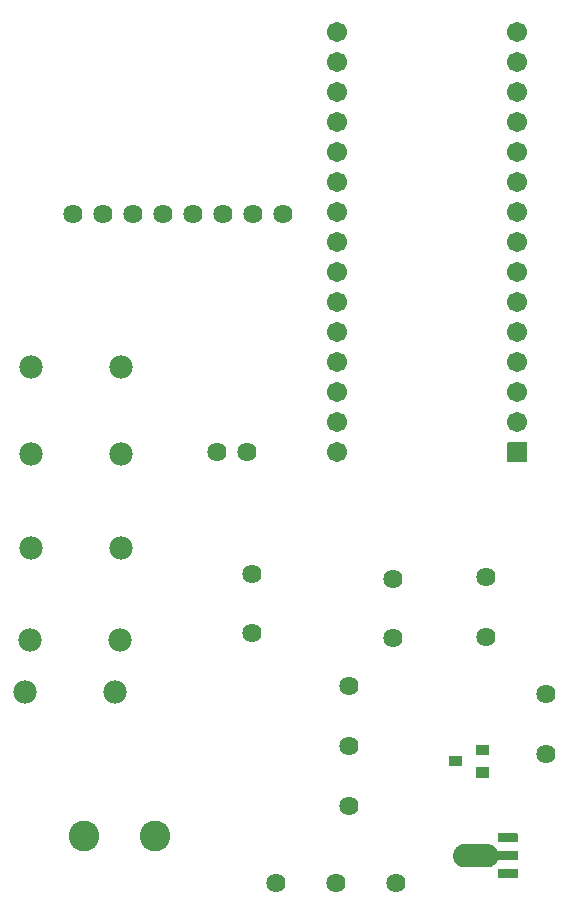
<source format=gts>
G04 Layer: TopSolderMaskLayer*
G04 EasyEDA v6.5.5, 2022-07-12 11:33:07*
G04 f1e15a90033e4b75946299fcb03ef411,10*
G04 Gerber Generator version 0.2*
G04 Scale: 100 percent, Rotated: No, Reflected: No *
G04 Dimensions in millimeters *
G04 leading zeros omitted , absolute positions ,4 integer and 5 decimal *
%FSLAX45Y45*%
%MOMM*%

%ADD24C,2.6000*%
%ADD25C,1.6256*%
%ADD27C,1.7112*%
%ADD29C,1.9812*%

%LPD*%
D24*
G01*
X1427200Y2222500D03*
G01*
X2027199Y2222500D03*
D25*
G01*
X4826000Y4419600D03*
G01*
X4826000Y3911600D03*
G01*
X5334000Y2921000D03*
G01*
X5334000Y3429000D03*
G01*
X4038600Y4402886D03*
G01*
X4038600Y3902887D03*
G01*
X2844800Y4440986D03*
G01*
X2844800Y3940987D03*
G01*
X2552700Y5473700D03*
G01*
X2806700Y5473700D03*
G36*
X5017261Y5388102D02*
G01*
X5017300Y5388140D01*
X5014252Y5388648D01*
X5011204Y5390172D01*
X5009172Y5392204D01*
X5007648Y5395252D01*
X5007140Y5398300D01*
X5007102Y5398262D01*
X5007102Y5549137D01*
X5007140Y5549099D01*
X5007648Y5552147D01*
X5009172Y5555195D01*
X5011204Y5557227D01*
X5014252Y5558751D01*
X5017300Y5559259D01*
X5017261Y5559297D01*
X5168138Y5559297D01*
X5168099Y5559259D01*
X5171147Y5558751D01*
X5174195Y5557227D01*
X5176227Y5555195D01*
X5177751Y5552147D01*
X5178259Y5549099D01*
X5178297Y5549137D01*
X5178297Y5398262D01*
X5178259Y5398300D01*
X5177751Y5395252D01*
X5176227Y5392204D01*
X5174195Y5390172D01*
X5171147Y5388648D01*
X5168099Y5388140D01*
X5168138Y5388102D01*
G37*
D27*
G01*
X5092700Y5727700D03*
G01*
X5092700Y5981700D03*
G01*
X5092700Y6235700D03*
G01*
X5092700Y6489700D03*
G01*
X5092700Y6743700D03*
G01*
X5092700Y6997700D03*
G01*
X5092700Y7251700D03*
G01*
X5092700Y7505700D03*
G01*
X5092700Y7759700D03*
G01*
X5092700Y8013700D03*
G01*
X5092700Y8267700D03*
G01*
X3568700Y5473700D03*
G01*
X3568700Y5727700D03*
G01*
X3568700Y5981700D03*
G01*
X3568700Y6235700D03*
G01*
X3568700Y6489700D03*
G01*
X3568700Y6743700D03*
G01*
X3568700Y7251700D03*
G01*
X3568700Y7505700D03*
G01*
X3568700Y8013700D03*
G01*
X3568700Y8267700D03*
G01*
X3568700Y7759700D03*
G01*
X3568700Y6997700D03*
G01*
X5092700Y8521700D03*
G01*
X5092700Y8775700D03*
G01*
X5092700Y9029700D03*
G01*
X3568700Y8521700D03*
G01*
X3568700Y8775700D03*
G01*
X3568700Y9029700D03*
G36*
X4751301Y2907421D02*
G01*
X4749777Y2907675D01*
X4748253Y2908437D01*
X4747237Y2909453D01*
X4746475Y2910977D01*
X4746221Y2912501D01*
X4746243Y2912618D01*
X4746243Y2992373D01*
X4746221Y2992501D01*
X4746475Y2994025D01*
X4747237Y2995548D01*
X4748253Y2996564D01*
X4749777Y2997327D01*
X4751301Y2997580D01*
X4751324Y2997454D01*
X4851400Y2997454D01*
X4851300Y2997580D01*
X4852824Y2997327D01*
X4854348Y2996564D01*
X4855364Y2995548D01*
X4856126Y2994025D01*
X4856380Y2992501D01*
X4856479Y2992373D01*
X4856479Y2912618D01*
X4856380Y2912501D01*
X4856126Y2910977D01*
X4855364Y2909453D01*
X4854348Y2908437D01*
X4852824Y2907675D01*
X4851300Y2907421D01*
X4851400Y2907537D01*
X4751324Y2907537D01*
G37*
G36*
X4521299Y2812425D02*
G01*
X4519775Y2812679D01*
X4518251Y2813441D01*
X4517235Y2814457D01*
X4516473Y2815981D01*
X4516219Y2817505D01*
X4516120Y2817621D01*
X4516120Y2897378D01*
X4516219Y2897504D01*
X4516473Y2899029D01*
X4517235Y2900553D01*
X4518251Y2901569D01*
X4519775Y2902330D01*
X4521299Y2902585D01*
X4521200Y2902457D01*
X4621275Y2902457D01*
X4621298Y2902585D01*
X4622822Y2902330D01*
X4624346Y2901569D01*
X4625362Y2900553D01*
X4626124Y2899029D01*
X4626378Y2897504D01*
X4626356Y2897378D01*
X4626356Y2817621D01*
X4626378Y2817505D01*
X4626124Y2815981D01*
X4625362Y2814457D01*
X4624346Y2813441D01*
X4622822Y2812679D01*
X4621298Y2812425D01*
X4621275Y2812542D01*
X4521200Y2812542D01*
G37*
G36*
X4751324Y2717292D02*
G01*
X4751298Y2717419D01*
X4749774Y2717672D01*
X4748250Y2718435D01*
X4747234Y2719451D01*
X4746472Y2720975D01*
X4746218Y2722498D01*
X4746243Y2722371D01*
X4746243Y2802381D01*
X4746218Y2802498D01*
X4746472Y2804022D01*
X4747234Y2805546D01*
X4748250Y2806562D01*
X4749774Y2807324D01*
X4751298Y2807578D01*
X4751324Y2807462D01*
X4851400Y2807462D01*
X4851298Y2807578D01*
X4852822Y2807324D01*
X4854346Y2806562D01*
X4855362Y2805546D01*
X4856124Y2804022D01*
X4856378Y2802498D01*
X4856479Y2802381D01*
X4856479Y2722371D01*
X4856378Y2722498D01*
X4856124Y2720975D01*
X4855362Y2719451D01*
X4854346Y2718435D01*
X4852822Y2717672D01*
X4851298Y2717419D01*
X4851400Y2717292D01*
G37*
D29*
G01*
X977900Y5461000D03*
G01*
X1739900Y5461000D03*
G01*
X977900Y6197600D03*
G01*
X1739900Y6197600D03*
G01*
X977900Y4660900D03*
G01*
X1739900Y4660900D03*
G01*
X965200Y3886200D03*
G01*
X1727200Y3886200D03*
G01*
X927100Y3441700D03*
G01*
X1689100Y3441700D03*
D25*
G01*
X3670300Y2476500D03*
G01*
X3670300Y2984500D03*
G01*
X3670300Y3492500D03*
G01*
X3048000Y1828800D03*
G01*
X3556000Y1828800D03*
G01*
X4064000Y1828800D03*
G36*
X4933695Y1868678D02*
G01*
X4933680Y1868733D01*
X4932156Y1868987D01*
X4930632Y1869749D01*
X4929616Y1870765D01*
X4928854Y1872289D01*
X4928600Y1873813D01*
X4928615Y1873757D01*
X4928615Y1941068D01*
X4928600Y1941012D01*
X4928854Y1942536D01*
X4929616Y1944060D01*
X4930632Y1945076D01*
X4932156Y1945838D01*
X4933680Y1946092D01*
X4933695Y1946147D01*
X5091175Y1946147D01*
X5091181Y1946092D01*
X5092705Y1945838D01*
X5094229Y1945076D01*
X5095245Y1944060D01*
X5096007Y1942536D01*
X5096256Y1941068D01*
X5096256Y1873757D01*
X5096261Y1873813D01*
X5096007Y1872289D01*
X5095245Y1870765D01*
X5094229Y1869749D01*
X5092705Y1868987D01*
X5091181Y1868733D01*
X5091175Y1868678D01*
G37*
G36*
X4933695Y2168652D02*
G01*
X4933680Y2168733D01*
X4932156Y2168987D01*
X4930632Y2169749D01*
X4929616Y2170765D01*
X4928854Y2172289D01*
X4928600Y2173813D01*
X4928615Y2173731D01*
X4928615Y2241042D01*
X4928600Y2241011D01*
X4928854Y2242535D01*
X4929616Y2244059D01*
X4930632Y2245075D01*
X4932156Y2245837D01*
X4933680Y2246091D01*
X4933695Y2246121D01*
X5091175Y2246121D01*
X5091181Y2246091D01*
X5092705Y2245837D01*
X5094229Y2245075D01*
X5095245Y2244059D01*
X5096007Y2242535D01*
X5096261Y2241011D01*
X5096256Y2241042D01*
X5096256Y2173731D01*
X5096261Y2173813D01*
X5096007Y2172289D01*
X5095245Y2170765D01*
X5094229Y2169749D01*
X5092705Y2168987D01*
X5091181Y2168733D01*
X5091175Y2168652D01*
G37*
G36*
X4648454Y1957323D02*
G01*
X4643881Y1957578D01*
X4643627Y1957578D01*
X4639309Y1957831D01*
X4639056Y1957831D01*
X4634484Y1958339D01*
X4634229Y1958339D01*
X4629911Y1959102D01*
X4629658Y1959102D01*
X4625340Y1960118D01*
X4625086Y1960118D01*
X4620768Y1961387D01*
X4620513Y1961387D01*
X4616450Y1962657D01*
X4616195Y1962657D01*
X4611877Y1964181D01*
X4611624Y1964436D01*
X4607559Y1966213D01*
X4607306Y1966213D01*
X4603495Y1968245D01*
X4603241Y1968245D01*
X4599177Y1970278D01*
X4599177Y1970531D01*
X4595113Y1972818D01*
X4591304Y1975357D01*
X4591050Y1975357D01*
X4587493Y1978152D01*
X4587240Y1978152D01*
X4583938Y1980945D01*
X4583684Y1981200D01*
X4580381Y1984247D01*
X4580127Y1984247D01*
X4576825Y1987550D01*
X4573777Y1990852D01*
X4573777Y1991105D01*
X4570729Y1994407D01*
X4570729Y1994662D01*
X4567936Y1998218D01*
X4567681Y1998218D01*
X4565141Y2002028D01*
X4565141Y2002281D01*
X4562856Y2005837D01*
X4562602Y2006092D01*
X4560315Y2009902D01*
X4560315Y2010155D01*
X4558284Y2014220D01*
X4558284Y2014473D01*
X4556252Y2018537D01*
X4556252Y2018792D01*
X4554727Y2022855D01*
X4554474Y2023110D01*
X4553204Y2027173D01*
X4552950Y2027428D01*
X4551934Y2031745D01*
X4551679Y2032000D01*
X4550663Y2036318D01*
X4550663Y2036571D01*
X4549902Y2040889D01*
X4549902Y2041144D01*
X4549140Y2045462D01*
X4549140Y2045715D01*
X4548631Y2050287D01*
X4548631Y2054860D01*
X4548377Y2055113D01*
X4548377Y2059686D01*
X4548631Y2059939D01*
X4548631Y2064512D01*
X4549140Y2069084D01*
X4549902Y2073655D01*
X4549902Y2073910D01*
X4550663Y2078228D01*
X4550663Y2078481D01*
X4551679Y2082800D01*
X4551934Y2083054D01*
X4552950Y2087371D01*
X4553204Y2087626D01*
X4554474Y2091689D01*
X4554727Y2091944D01*
X4556252Y2096007D01*
X4556252Y2096262D01*
X4558284Y2100326D01*
X4558284Y2100579D01*
X4560315Y2104644D01*
X4562602Y2108707D01*
X4562856Y2108707D01*
X4565141Y2112518D01*
X4565141Y2112771D01*
X4567681Y2116328D01*
X4567936Y2116581D01*
X4570729Y2120137D01*
X4570729Y2120392D01*
X4573777Y2123694D01*
X4573777Y2123947D01*
X4576825Y2127250D01*
X4577079Y2127250D01*
X4580127Y2130552D01*
X4580381Y2130552D01*
X4583684Y2133600D01*
X4583938Y2133854D01*
X4587240Y2136647D01*
X4587493Y2136647D01*
X4591050Y2139187D01*
X4591304Y2139442D01*
X4595113Y2141981D01*
X4599177Y2144268D01*
X4599177Y2144521D01*
X4603241Y2146554D01*
X4603495Y2146554D01*
X4607306Y2148586D01*
X4607559Y2148586D01*
X4611624Y2150363D01*
X4611877Y2150363D01*
X4616195Y2151887D01*
X4616450Y2152142D01*
X4620513Y2153412D01*
X4620768Y2153412D01*
X4625086Y2154681D01*
X4625340Y2154681D01*
X4629658Y2155697D01*
X4629911Y2155697D01*
X4634229Y2156460D01*
X4634484Y2156460D01*
X4639056Y2156968D01*
X4639309Y2156968D01*
X4643627Y2157221D01*
X4643881Y2157221D01*
X4648454Y2157476D01*
X4834127Y2157476D01*
X4838445Y2157221D01*
X4838700Y2157221D01*
X4843272Y2156968D01*
X4847843Y2156460D01*
X4848097Y2156460D01*
X4852415Y2155697D01*
X4852670Y2155697D01*
X4856988Y2154681D01*
X4857241Y2154681D01*
X4861559Y2153412D01*
X4861813Y2153412D01*
X4866131Y2152142D01*
X4866131Y2151887D01*
X4870450Y2150363D01*
X4870704Y2150363D01*
X4874768Y2148586D01*
X4875022Y2148586D01*
X4883150Y2144521D01*
X4883404Y2144268D01*
X4887213Y2141981D01*
X4887468Y2141981D01*
X4891024Y2139442D01*
X4891277Y2139187D01*
X4894834Y2136647D01*
X4895088Y2136647D01*
X4898390Y2133854D01*
X4898643Y2133600D01*
X4901945Y2130552D01*
X4902200Y2130552D01*
X4905247Y2127250D01*
X4905502Y2127250D01*
X4908550Y2123947D01*
X4908804Y2123694D01*
X4911597Y2120392D01*
X4911852Y2120137D01*
X4914391Y2116581D01*
X4914645Y2116328D01*
X4917186Y2112771D01*
X4917186Y2112518D01*
X4919725Y2108707D01*
X4922011Y2104644D01*
X4924043Y2100579D01*
X4924201Y2100600D01*
X4924201Y2100092D01*
X4924455Y2099838D01*
X4924455Y2099330D01*
X4924552Y2099310D01*
X4925313Y2095500D01*
X5091175Y2095500D01*
X5091186Y2095464D01*
X5092710Y2095210D01*
X5094234Y2094448D01*
X5095250Y2093432D01*
X5096012Y2091908D01*
X5096266Y2090384D01*
X5096256Y2090420D01*
X5096256Y2024379D01*
X5096266Y2024385D01*
X5096012Y2022861D01*
X5095250Y2021337D01*
X5094234Y2020321D01*
X5092710Y2019559D01*
X5091186Y2019305D01*
X5091175Y2019300D01*
X4925568Y2019300D01*
X4924552Y2015236D01*
X4924455Y2015434D01*
X4924455Y2014926D01*
X4924201Y2014672D01*
X4924201Y2014164D01*
X4924043Y2014220D01*
X4922011Y2010155D01*
X4922011Y2009902D01*
X4919725Y2006092D01*
X4919725Y2005837D01*
X4917186Y2002281D01*
X4917186Y2002028D01*
X4914645Y1998218D01*
X4914391Y1998218D01*
X4911852Y1994662D01*
X4911597Y1994407D01*
X4908804Y1991105D01*
X4908550Y1990852D01*
X4905502Y1987550D01*
X4902200Y1984247D01*
X4901945Y1984247D01*
X4898643Y1981200D01*
X4898390Y1980945D01*
X4895088Y1978152D01*
X4894834Y1978152D01*
X4891277Y1975357D01*
X4891024Y1975357D01*
X4887468Y1972818D01*
X4887213Y1972818D01*
X4883404Y1970531D01*
X4883150Y1970278D01*
X4875022Y1966213D01*
X4874768Y1966213D01*
X4870704Y1964436D01*
X4870450Y1964181D01*
X4866131Y1962657D01*
X4861813Y1961387D01*
X4861559Y1961387D01*
X4857241Y1960118D01*
X4856988Y1960118D01*
X4852670Y1959102D01*
X4852415Y1959102D01*
X4848097Y1958339D01*
X4847843Y1958339D01*
X4843272Y1957831D01*
X4838700Y1957578D01*
X4838445Y1957578D01*
X4834127Y1957323D01*
G37*
G01*
X1333500Y7493000D03*
G01*
X1587500Y7493000D03*
G01*
X1841500Y7493000D03*
G01*
X2095500Y7493000D03*
G01*
X2349500Y7493000D03*
G01*
X2603500Y7493000D03*
G01*
X2857500Y7493000D03*
G01*
X3111500Y7493000D03*
M02*

</source>
